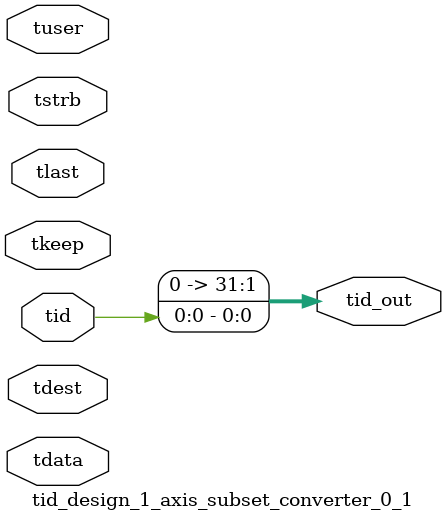
<source format=v>


`timescale 1ps/1ps

module tid_design_1_axis_subset_converter_0_1 #
(
parameter C_S_AXIS_TID_WIDTH   = 1,
parameter C_S_AXIS_TUSER_WIDTH = 0,
parameter C_S_AXIS_TDATA_WIDTH = 0,
parameter C_S_AXIS_TDEST_WIDTH = 0,
parameter C_M_AXIS_TID_WIDTH   = 32
)
(
input  [(C_S_AXIS_TID_WIDTH   == 0 ? 1 : C_S_AXIS_TID_WIDTH)-1:0       ] tid,
input  [(C_S_AXIS_TDATA_WIDTH == 0 ? 1 : C_S_AXIS_TDATA_WIDTH)-1:0     ] tdata,
input  [(C_S_AXIS_TUSER_WIDTH == 0 ? 1 : C_S_AXIS_TUSER_WIDTH)-1:0     ] tuser,
input  [(C_S_AXIS_TDEST_WIDTH == 0 ? 1 : C_S_AXIS_TDEST_WIDTH)-1:0     ] tdest,
input  [(C_S_AXIS_TDATA_WIDTH/8)-1:0 ] tkeep,
input  [(C_S_AXIS_TDATA_WIDTH/8)-1:0 ] tstrb,
input                                                                    tlast,
output [(C_M_AXIS_TID_WIDTH   == 0 ? 1 : C_M_AXIS_TID_WIDTH)-1:0       ] tid_out
);

assign tid_out = {tid[0:0]};

endmodule


</source>
